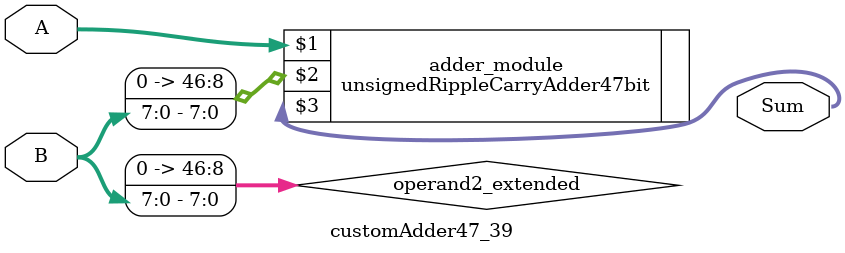
<source format=v>
module customAdder47_39(
                        input [46 : 0] A,
                        input [7 : 0] B,
                        
                        output [47 : 0] Sum
                );

        wire [46 : 0] operand2_extended;
        
        assign operand2_extended =  {39'b0, B};
        
        unsignedRippleCarryAdder47bit adder_module(
            A,
            operand2_extended,
            Sum
        );
        
        endmodule
        
</source>
